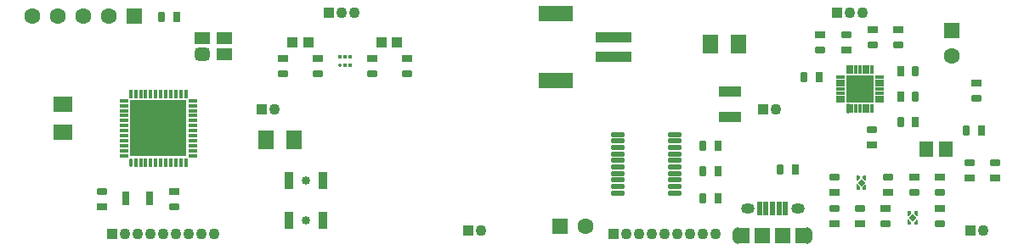
<source format=gts>
G04*
G04 #@! TF.GenerationSoftware,Altium Limited,Altium Designer,21.3.2 (30)*
G04*
G04 Layer_Color=8388736*
%FSLAX44Y44*%
%MOMM*%
G71*
G04*
G04 #@! TF.SameCoordinates,BB622590-8895-4630-97EF-0A5410F07859*
G04*
G04*
G04 #@! TF.FilePolarity,Negative*
G04*
G01*
G75*
G04:AMPARAMS|DCode=50|XSize=0.5mm|YSize=1.3mm|CornerRadius=0.1mm|HoleSize=0mm|Usage=FLASHONLY|Rotation=90.000|XOffset=0mm|YOffset=0mm|HoleType=Round|Shape=RoundedRectangle|*
%AMROUNDEDRECTD50*
21,1,0.5000,1.1000,0,0,90.0*
21,1,0.3000,1.3000,0,0,90.0*
1,1,0.2000,0.5500,0.1500*
1,1,0.2000,0.5500,-0.1500*
1,1,0.2000,-0.5500,-0.1500*
1,1,0.2000,-0.5500,0.1500*
%
%ADD50ROUNDEDRECTD50*%
%ADD51R,3.6000X1.1000*%
%ADD52R,3.5000X1.6000*%
%ADD53R,1.9000X1.5000*%
%ADD54R,1.4000X1.6000*%
%ADD55R,1.6000X1.6500*%
%ADD56R,0.5000X1.4500*%
%ADD57R,2.2000X1.0000*%
%ADD58R,2.7000X2.7000*%
%ADD59R,0.9500X0.3000*%
%ADD60R,0.3000X0.9500*%
G04:AMPARAMS|DCode=61|XSize=0.3mm|YSize=0.95mm|CornerRadius=0.1mm|HoleSize=0mm|Usage=FLASHONLY|Rotation=180.000|XOffset=0mm|YOffset=0mm|HoleType=Round|Shape=RoundedRectangle|*
%AMROUNDEDRECTD61*
21,1,0.3000,0.7500,0,0,180.0*
21,1,0.1000,0.9500,0,0,180.0*
1,1,0.2000,-0.0500,0.3750*
1,1,0.2000,0.0500,0.3750*
1,1,0.2000,0.0500,-0.3750*
1,1,0.2000,-0.0500,-0.3750*
%
%ADD61ROUNDEDRECTD61*%
%ADD62P,0.8202X4X360.0*%
%ADD63R,0.7000X1.4000*%
%ADD64R,1.5000X1.3000*%
G04:AMPARAMS|DCode=65|XSize=1.3mm|YSize=1.5mm|CornerRadius=0.35mm|HoleSize=0mm|Usage=FLASHONLY|Rotation=90.000|XOffset=0mm|YOffset=0mm|HoleType=Round|Shape=RoundedRectangle|*
%AMROUNDEDRECTD65*
21,1,1.3000,0.8000,0,0,90.0*
21,1,0.6000,1.5000,0,0,90.0*
1,1,0.7000,0.4000,0.3000*
1,1,0.7000,0.4000,-0.3000*
1,1,0.7000,-0.4000,-0.3000*
1,1,0.7000,-0.4000,0.3000*
%
%ADD65ROUNDEDRECTD65*%
%ADD66O,0.3500X0.9500*%
%ADD67R,0.3500X0.9500*%
%ADD68R,0.9500X0.3500*%
%ADD69R,5.7000X5.7000*%
%ADD70R,0.3000X0.4000*%
G04:AMPARAMS|DCode=71|XSize=0.4mm|YSize=0.3mm|CornerRadius=0.1mm|HoleSize=0mm|Usage=FLASHONLY|Rotation=270.000|XOffset=0mm|YOffset=0mm|HoleType=Round|Shape=RoundedRectangle|*
%AMROUNDEDRECTD71*
21,1,0.4000,0.1000,0,0,270.0*
21,1,0.2000,0.3000,0,0,270.0*
1,1,0.2000,-0.0500,-0.1000*
1,1,0.2000,-0.0500,0.1000*
1,1,0.2000,0.0500,0.1000*
1,1,0.2000,0.0500,-0.1000*
%
%ADD71ROUNDEDRECTD71*%
%ADD72R,0.9000X1.8000*%
%ADD73R,1.5000X1.9000*%
%ADD74R,1.0000X0.7000*%
G04:AMPARAMS|DCode=75|XSize=0.7mm|YSize=1mm|CornerRadius=0.2mm|HoleSize=0mm|Usage=FLASHONLY|Rotation=270.000|XOffset=0mm|YOffset=0mm|HoleType=Round|Shape=RoundedRectangle|*
%AMROUNDEDRECTD75*
21,1,0.7000,0.6000,0,0,270.0*
21,1,0.3000,1.0000,0,0,270.0*
1,1,0.4000,-0.3000,-0.1500*
1,1,0.4000,-0.3000,0.1500*
1,1,0.4000,0.3000,0.1500*
1,1,0.4000,0.3000,-0.1500*
%
%ADD75ROUNDEDRECTD75*%
%ADD76R,0.7000X1.0000*%
G04:AMPARAMS|DCode=77|XSize=0.7mm|YSize=1mm|CornerRadius=0.2mm|HoleSize=0mm|Usage=FLASHONLY|Rotation=0.000|XOffset=0mm|YOffset=0mm|HoleType=Round|Shape=RoundedRectangle|*
%AMROUNDEDRECTD77*
21,1,0.7000,0.6000,0,0,0.0*
21,1,0.3000,1.0000,0,0,0.0*
1,1,0.4000,0.1500,-0.3000*
1,1,0.4000,-0.1500,-0.3000*
1,1,0.4000,-0.1500,0.3000*
1,1,0.4000,0.1500,0.3000*
%
%ADD77ROUNDEDRECTD77*%
%ADD78R,0.9900X1.0400*%
%ADD79R,1.3000X1.6500*%
%ADD80R,1.3000X1.6500*%
%ADD81O,1.0000X1.6500*%
%ADD82O,1.3500X1.0500*%
%ADD83R,1.6000X1.6000*%
%ADD84C,1.6000*%
%ADD85R,1.6000X1.6000*%
%ADD86C,1.1000*%
%ADD87R,1.1000X1.1000*%
%ADD88C,0.8500*%
%ADD89C,0.6000*%
G36*
X1337009Y566153D02*
X1337058Y566148D01*
X1337130Y566126D01*
X1337152Y566120D01*
X1337239Y566073D01*
X1337315Y566011D01*
X1339815Y563511D01*
X1339878Y563435D01*
X1339924Y563348D01*
X1339931Y563326D01*
X1339953Y563254D01*
X1339957Y563204D01*
X1339962Y563155D01*
X1339962Y563155D01*
Y560955D01*
X1339953Y560857D01*
X1339924Y560763D01*
X1339878Y560676D01*
X1339815Y560600D01*
X1339739Y560538D01*
X1339652Y560491D01*
X1339558Y560463D01*
X1339460Y560453D01*
X1336960D01*
X1336862Y560463D01*
X1336768Y560491D01*
X1336681Y560538D01*
X1336605Y560600D01*
X1336542Y560676D01*
X1336496Y560763D01*
X1336467Y560857D01*
X1336458Y560955D01*
Y565655D01*
X1336457Y565655D01*
X1336462Y565704D01*
X1336467Y565754D01*
X1336489Y565826D01*
X1336496Y565848D01*
X1336542Y565935D01*
X1336605Y566011D01*
X1336681Y566073D01*
X1336768Y566120D01*
X1336790Y566126D01*
X1336862Y566148D01*
X1336911Y566153D01*
X1336960Y566158D01*
X1337009Y566153D01*
D02*
G37*
G36*
X1345258Y565462D02*
X1345958D01*
X1346056Y565452D01*
X1346150Y565424D01*
X1346237Y565377D01*
X1346313Y565315D01*
X1346375Y565239D01*
X1346422Y565152D01*
X1346450Y565058D01*
X1346460Y564960D01*
Y560960D01*
X1346450Y560862D01*
X1346422Y560767D01*
X1346375Y560680D01*
X1346313Y560604D01*
X1346237Y560542D01*
X1346150Y560495D01*
X1346056Y560467D01*
X1345958Y560457D01*
X1343458D01*
X1343360Y560467D01*
X1343265Y560495D01*
X1343178Y560542D01*
X1343102Y560604D01*
X1343040Y560680D01*
X1342993Y560767D01*
X1342965Y560862D01*
X1342955Y560960D01*
Y563159D01*
X1342955Y563160D01*
X1342964Y563249D01*
X1342965Y563258D01*
X1342993Y563352D01*
X1343040Y563439D01*
X1343074Y563480D01*
X1343102Y563515D01*
X1343102Y563515D01*
X1344902Y565315D01*
X1344978Y565377D01*
X1345065Y565424D01*
X1345087Y565430D01*
X1345159Y565452D01*
X1345208Y565457D01*
X1345258Y565462D01*
X1345258Y565462D01*
D02*
G37*
G36*
X1339556Y574450D02*
X1339650Y574422D01*
X1339737Y574375D01*
X1339813Y574313D01*
X1339875Y574237D01*
X1339922Y574150D01*
X1339950Y574055D01*
X1339960Y573957D01*
Y571758D01*
X1339960Y571758D01*
X1339951Y571668D01*
X1339950Y571660D01*
X1339922Y571565D01*
X1339875Y571478D01*
X1339841Y571437D01*
X1339813Y571402D01*
X1339813Y571402D01*
X1338013Y569602D01*
X1337937Y569540D01*
X1337850Y569493D01*
X1337828Y569487D01*
X1337755Y569465D01*
X1337706Y569460D01*
X1337657Y569455D01*
X1337657Y569455D01*
X1336958D01*
X1336859Y569465D01*
X1336765Y569493D01*
X1336678Y569540D01*
X1336602Y569602D01*
X1336540Y569678D01*
X1336493Y569765D01*
X1336465Y569860D01*
X1336455Y569958D01*
Y573957D01*
X1336465Y574055D01*
X1336493Y574150D01*
X1336540Y574237D01*
X1336602Y574313D01*
X1336678Y574375D01*
X1336765Y574422D01*
X1336859Y574450D01*
X1336958Y574460D01*
X1339458D01*
X1339556Y574450D01*
D02*
G37*
G36*
X1346056D02*
X1346150Y574422D01*
X1346237Y574375D01*
X1346313Y574313D01*
X1346375Y574237D01*
X1346422Y574150D01*
X1346450Y574055D01*
X1346460Y573957D01*
Y569958D01*
X1346450Y569860D01*
X1346422Y569765D01*
X1346375Y569678D01*
X1346313Y569602D01*
X1346237Y569540D01*
X1346150Y569493D01*
X1346056Y569465D01*
X1345957Y569455D01*
X1345258D01*
X1345258Y569455D01*
X1345208Y569460D01*
X1345159Y569465D01*
X1345087Y569487D01*
X1345065Y569493D01*
X1344978Y569540D01*
X1344902Y569602D01*
X1343102Y571402D01*
X1343102Y571402D01*
X1343074Y571437D01*
X1343040Y571478D01*
X1342993Y571565D01*
X1342965Y571660D01*
X1342964Y571668D01*
X1342955Y571758D01*
X1342955Y571758D01*
Y573957D01*
X1342965Y574055D01*
X1342993Y574150D01*
X1343040Y574237D01*
X1343102Y574313D01*
X1343178Y574375D01*
X1343265Y574422D01*
X1343360Y574450D01*
X1343457Y574460D01*
X1345957D01*
X1346056Y574450D01*
D02*
G37*
G36*
X1388834Y530412D02*
X1388883Y530408D01*
X1388955Y530386D01*
X1388977Y530379D01*
X1389064Y530333D01*
X1389140Y530270D01*
X1390940Y528470D01*
X1390940Y528470D01*
X1390968Y528436D01*
X1391003Y528394D01*
X1391049Y528307D01*
X1391078Y528213D01*
X1391079Y528204D01*
X1391087Y528115D01*
X1391087Y528115D01*
Y525915D01*
X1391078Y525817D01*
X1391049Y525723D01*
X1391003Y525636D01*
X1390940Y525560D01*
X1390864Y525497D01*
X1390777Y525451D01*
X1390683Y525422D01*
X1390585Y525412D01*
X1388085D01*
X1387987Y525422D01*
X1387893Y525451D01*
X1387806Y525497D01*
X1387730Y525560D01*
X1387667Y525636D01*
X1387621Y525723D01*
X1387592Y525817D01*
X1387583Y525915D01*
Y529915D01*
X1387592Y530013D01*
X1387621Y530107D01*
X1387667Y530194D01*
X1387730Y530270D01*
X1387806Y530333D01*
X1387893Y530379D01*
X1387987Y530408D01*
X1388085Y530417D01*
X1388785D01*
X1388785Y530417D01*
X1388834Y530412D01*
D02*
G37*
G36*
X1397183Y530408D02*
X1397277Y530379D01*
X1397364Y530333D01*
X1397427Y530281D01*
X1397440Y530270D01*
Y530270D01*
X1397440D01*
X1397451Y530257D01*
X1397503Y530194D01*
X1397549Y530107D01*
X1397578Y530013D01*
X1397587Y529915D01*
Y529915D01*
D01*
X1397587Y525915D01*
X1397578Y525817D01*
X1397549Y525723D01*
X1397503Y525636D01*
X1397440Y525560D01*
X1397364Y525497D01*
X1397277Y525451D01*
X1397183Y525422D01*
X1397085Y525412D01*
X1394585D01*
X1394487Y525422D01*
X1394393Y525451D01*
X1394306Y525497D01*
X1394230Y525560D01*
X1394167Y525636D01*
X1394121Y525723D01*
X1394092Y525817D01*
X1394083Y525915D01*
X1394083Y528115D01*
X1394083Y528115D01*
X1394092Y528213D01*
X1394121Y528307D01*
X1394167Y528394D01*
X1394230Y528470D01*
X1396030Y530270D01*
X1396030Y530270D01*
X1396089Y530319D01*
X1396106Y530333D01*
X1396146Y530354D01*
X1396193Y530379D01*
X1396287Y530408D01*
X1396305Y530409D01*
X1396385Y530417D01*
X1396385Y530417D01*
X1397085Y530417D01*
D01*
X1397085D01*
X1397183Y530408D01*
D02*
G37*
G36*
X1390683Y539406D02*
X1390777Y539377D01*
X1390864Y539331D01*
X1390940Y539268D01*
X1391003Y539192D01*
X1391049Y539105D01*
X1391078Y539011D01*
X1391087Y538913D01*
Y536713D01*
X1391078Y536615D01*
X1391056Y536543D01*
X1391049Y536521D01*
X1391003Y536434D01*
X1390940Y536358D01*
X1390940Y536357D01*
X1389140Y534558D01*
X1389140Y534558D01*
X1389078Y534506D01*
X1389064Y534495D01*
X1388977Y534449D01*
X1388883Y534420D01*
X1388829Y534415D01*
X1388785Y534410D01*
X1388785Y534411D01*
X1388085Y534410D01*
D01*
X1388085D01*
X1387987Y534420D01*
X1387893Y534449D01*
X1387806Y534495D01*
X1387744Y534546D01*
X1387730Y534558D01*
Y534558D01*
X1387730D01*
X1387719Y534571D01*
X1387667Y534634D01*
X1387621Y534721D01*
X1387592Y534815D01*
X1387583Y534913D01*
D01*
Y534913D01*
Y538913D01*
X1387592Y539011D01*
X1387621Y539105D01*
X1387667Y539192D01*
X1387730Y539268D01*
X1387806Y539331D01*
X1387893Y539377D01*
X1387987Y539406D01*
X1388085Y539415D01*
X1390585D01*
X1390683Y539406D01*
D02*
G37*
G36*
X1397181Y539410D02*
X1397275Y539381D01*
X1397362Y539335D01*
X1397438Y539272D01*
X1397500Y539196D01*
X1397547Y539109D01*
X1397576Y539015D01*
X1397585Y538917D01*
Y534217D01*
X1397585Y534217D01*
X1397580Y534168D01*
X1397576Y534119D01*
X1397554Y534047D01*
X1397547Y534025D01*
X1397500Y533938D01*
X1397438Y533862D01*
X1397362Y533799D01*
X1397275Y533753D01*
X1397253Y533746D01*
X1397181Y533724D01*
X1397132Y533719D01*
X1397083Y533715D01*
X1397034Y533719D01*
X1396985Y533724D01*
X1396912Y533746D01*
X1396890Y533753D01*
X1396804Y533799D01*
X1396727Y533862D01*
X1394227Y536362D01*
X1394165Y536438D01*
X1394118Y536525D01*
X1394112Y536547D01*
X1394090Y536619D01*
X1394085Y536668D01*
X1394080Y536717D01*
X1394080Y536717D01*
Y538917D01*
X1394090Y539015D01*
X1394118Y539109D01*
X1394165Y539196D01*
X1394227Y539272D01*
X1394304Y539335D01*
X1394391Y539381D01*
X1394485Y539410D01*
X1394583Y539419D01*
X1397083D01*
X1397181Y539410D01*
D02*
G37*
D50*
X1098500Y615793D02*
D03*
X1098500Y609292D02*
D03*
X1098500Y602793D02*
D03*
X1098500Y596292D02*
D03*
Y589793D02*
D03*
Y583293D02*
D03*
Y576792D02*
D03*
X1098500Y570293D02*
D03*
X1098500Y563792D02*
D03*
X1098500Y557293D02*
D03*
X1155500Y615793D02*
D03*
X1155500Y609292D02*
D03*
X1155500Y602793D02*
D03*
X1155500Y596292D02*
D03*
Y589793D02*
D03*
Y583293D02*
D03*
Y576792D02*
D03*
X1155500Y570293D02*
D03*
X1155500Y563792D02*
D03*
X1155500Y557293D02*
D03*
D51*
X1094500Y713000D02*
D03*
Y693000D02*
D03*
D52*
X1037000Y736500D02*
D03*
Y669500D02*
D03*
D53*
X546000Y618000D02*
D03*
Y646000D02*
D03*
D54*
X1425500Y601000D02*
D03*
X1406500D02*
D03*
D55*
X1263000Y514500D02*
D03*
X1243000D02*
D03*
D56*
X1266000Y541500D02*
D03*
X1259500D02*
D03*
X1253000D02*
D03*
X1246500D02*
D03*
X1240000D02*
D03*
D57*
X1211000Y659000D02*
D03*
Y633000D02*
D03*
D58*
X1340000Y661000D02*
D03*
D59*
X1320750Y649000D02*
D03*
Y653000D02*
D03*
Y657000D02*
D03*
Y661000D02*
D03*
Y665000D02*
D03*
Y669000D02*
D03*
Y673000D02*
D03*
X1359250D02*
D03*
Y669000D02*
D03*
Y665000D02*
D03*
Y661000D02*
D03*
Y657000D02*
D03*
Y653000D02*
D03*
Y649000D02*
D03*
D60*
X1328000Y680250D02*
D03*
X1332000D02*
D03*
X1336000D02*
D03*
X1340000D02*
D03*
X1344000D02*
D03*
X1348000D02*
D03*
X1352000D02*
D03*
Y641750D02*
D03*
X1348000D02*
D03*
X1344000D02*
D03*
X1340000D02*
D03*
X1336000D02*
D03*
X1332000D02*
D03*
D61*
X1328000D02*
D03*
D62*
X1392585Y532413D02*
D03*
X1341458Y567460D02*
D03*
D63*
X632270Y551646D02*
D03*
X608270D02*
D03*
D64*
X707000Y712000D02*
D03*
Y696000D02*
D03*
X685000Y712000D02*
D03*
D65*
Y696000D02*
D03*
D66*
X613500Y587750D02*
D03*
D67*
X618500D02*
D03*
X623500D02*
D03*
X628500D02*
D03*
X633500D02*
D03*
X638500Y587750D02*
D03*
X643500D02*
D03*
X648500Y587750D02*
D03*
X653500D02*
D03*
X658500D02*
D03*
X663500D02*
D03*
X668500D02*
D03*
Y656250D02*
D03*
X663500D02*
D03*
X658500D02*
D03*
X653500D02*
D03*
X648500D02*
D03*
X643500Y656250D02*
D03*
X638500D02*
D03*
X633500Y656250D02*
D03*
X628500D02*
D03*
X623500D02*
D03*
X618500D02*
D03*
X613500D02*
D03*
D68*
X675250Y594500D02*
D03*
Y599500D02*
D03*
Y604500D02*
D03*
Y609500D02*
D03*
Y614500D02*
D03*
X675250Y619500D02*
D03*
Y624500D02*
D03*
X675250Y629500D02*
D03*
Y634500D02*
D03*
Y639500D02*
D03*
Y644500D02*
D03*
Y649500D02*
D03*
X606750D02*
D03*
Y644500D02*
D03*
Y639500D02*
D03*
Y634500D02*
D03*
Y629500D02*
D03*
X606750Y624500D02*
D03*
Y619500D02*
D03*
X606750Y614500D02*
D03*
Y609500D02*
D03*
Y604500D02*
D03*
Y599500D02*
D03*
Y594500D02*
D03*
D69*
X641000Y622000D02*
D03*
D70*
X827000Y693000D02*
D03*
Y685000D02*
D03*
X832000D02*
D03*
X822000Y693000D02*
D03*
X832000D02*
D03*
D71*
X822000Y685000D02*
D03*
D72*
X771000Y530000D02*
D03*
X805000D02*
D03*
X771000Y570000D02*
D03*
X805000D02*
D03*
D73*
X748000Y610000D02*
D03*
X776000D02*
D03*
X1219000Y706000D02*
D03*
X1191000D02*
D03*
D74*
X1352000Y605500D02*
D03*
X1378000Y720000D02*
D03*
X1456000Y667043D02*
D03*
X1353000Y720498D02*
D03*
X1326333Y700000D02*
D03*
X1419628Y541915D02*
D03*
X1419585Y572957D02*
D03*
X1394043D02*
D03*
X1365543Y541915D02*
D03*
X1314458Y526915D02*
D03*
X1340000D02*
D03*
X1368500Y557957D02*
D03*
X1300457Y715000D02*
D03*
X800000Y691708D02*
D03*
X765000D02*
D03*
X854000D02*
D03*
X889000D02*
D03*
X1314415Y557957D02*
D03*
X1449000Y572500D02*
D03*
X1474543D02*
D03*
X585000Y543500D02*
D03*
X656793Y558500D02*
D03*
D75*
X1352000Y620500D02*
D03*
X1378000Y705000D02*
D03*
X1456000Y652043D02*
D03*
X1353000Y705498D02*
D03*
X1326333Y715000D02*
D03*
X1419628Y526915D02*
D03*
X1419585Y557957D02*
D03*
X1394043D02*
D03*
X1365542Y526915D02*
D03*
X1314458Y541915D02*
D03*
X1340000D02*
D03*
X1368500Y572957D02*
D03*
X1300457Y700000D02*
D03*
X800000Y676708D02*
D03*
X765000D02*
D03*
X854000Y676708D02*
D03*
X889000Y676708D02*
D03*
X1314415Y572957D02*
D03*
X1449000Y587500D02*
D03*
X1474543D02*
D03*
X585000Y558500D02*
D03*
X656793Y543500D02*
D03*
D76*
X1275500Y581000D02*
D03*
X1461042Y620000D02*
D03*
X1299500Y673000D02*
D03*
X1380499Y679189D02*
D03*
X1380500Y653542D02*
D03*
X1395500Y628000D02*
D03*
X1198500Y552293D02*
D03*
Y578750D02*
D03*
Y604293D02*
D03*
X659500Y733000D02*
D03*
D77*
X1260500Y581000D02*
D03*
X1446042Y620000D02*
D03*
X1284500Y673000D02*
D03*
X1395499Y679189D02*
D03*
X1395500Y653542D02*
D03*
X1380500Y628000D02*
D03*
X1183500Y552293D02*
D03*
Y578750D02*
D03*
Y604293D02*
D03*
X644500Y733000D02*
D03*
D78*
X775000Y708000D02*
D03*
X790700D02*
D03*
X863150D02*
D03*
X878850D02*
D03*
D79*
X1282005Y514505D02*
D03*
D80*
X1224005Y514505D02*
D03*
D81*
X1218000Y514500D02*
D03*
X1288000D02*
D03*
D82*
X1228000Y541500D02*
D03*
X1278000Y541500D02*
D03*
D83*
X617257Y734000D02*
D03*
X1041000Y524000D02*
D03*
D84*
X591857Y734000D02*
D03*
X566457D02*
D03*
X541058D02*
D03*
X515658D02*
D03*
X1432000Y694000D02*
D03*
X1066400Y524000D02*
D03*
D85*
X1432000Y719400D02*
D03*
D86*
X696600Y516000D02*
D03*
X683900D02*
D03*
X671200D02*
D03*
X658500D02*
D03*
X645800D02*
D03*
X633100D02*
D03*
X620400D02*
D03*
X607700D02*
D03*
X756700Y641000D02*
D03*
X823700Y737000D02*
D03*
X836400D02*
D03*
X962700Y520000D02*
D03*
X1107700Y516000D02*
D03*
X1120400D02*
D03*
X1133100D02*
D03*
X1145800D02*
D03*
X1158500D02*
D03*
X1171200D02*
D03*
X1183900D02*
D03*
X1196600D02*
D03*
X1342400Y737000D02*
D03*
X1329700D02*
D03*
X1462700Y520000D02*
D03*
X1256700Y641000D02*
D03*
D87*
X595000Y516000D02*
D03*
X744000Y641000D02*
D03*
X811000Y737000D02*
D03*
X950000Y520000D02*
D03*
X1095000Y516000D02*
D03*
X1317000Y737000D02*
D03*
X1450000Y520000D02*
D03*
X1244000Y641000D02*
D03*
D88*
X788000Y530000D02*
D03*
Y570000D02*
D03*
D89*
X1345500Y666500D02*
D03*
Y655500D02*
D03*
X1334500Y666500D02*
D03*
Y655500D02*
D03*
X619000Y600000D02*
D03*
X619000Y611000D02*
D03*
X619000Y622000D02*
D03*
X619000Y633000D02*
D03*
X619000Y644000D02*
D03*
X630000Y600000D02*
D03*
Y611000D02*
D03*
X630000Y622000D02*
D03*
X630000Y633000D02*
D03*
Y644000D02*
D03*
X641000Y600000D02*
D03*
Y611000D02*
D03*
Y622000D02*
D03*
Y633000D02*
D03*
Y644000D02*
D03*
X652000Y600000D02*
D03*
Y611000D02*
D03*
X652000Y622000D02*
D03*
X652000Y633000D02*
D03*
Y644000D02*
D03*
X663000Y600000D02*
D03*
X663000Y611000D02*
D03*
X663000Y622000D02*
D03*
X663000Y633000D02*
D03*
X663000Y644000D02*
D03*
M02*

</source>
